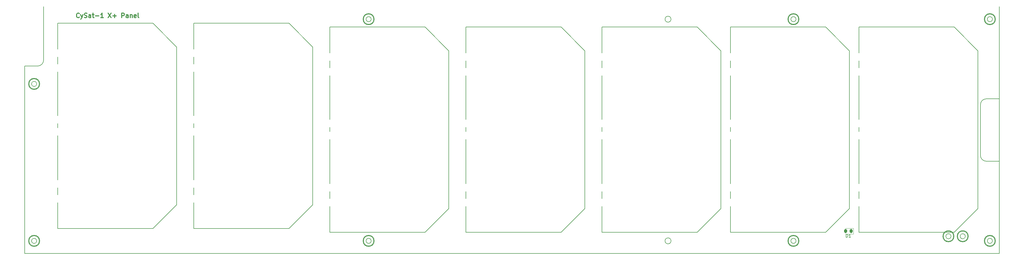
<source format=gto>
G04 #@! TF.GenerationSoftware,KiCad,Pcbnew,(6.0.4-0)*
G04 #@! TF.CreationDate,2022-06-29T10:25:00-05:00*
G04 #@! TF.ProjectId,X+,582b2e6b-6963-4616-945f-706362585858,4*
G04 #@! TF.SameCoordinates,Original*
G04 #@! TF.FileFunction,Legend,Top*
G04 #@! TF.FilePolarity,Positive*
%FSLAX46Y46*%
G04 Gerber Fmt 4.6, Leading zero omitted, Abs format (unit mm)*
G04 Created by KiCad (PCBNEW (6.0.4-0)) date 2022-06-29 10:25:00*
%MOMM*%
%LPD*%
G01*
G04 APERTURE LIST*
G04 Aperture macros list*
%AMRoundRect*
0 Rectangle with rounded corners*
0 $1 Rounding radius*
0 $2 $3 $4 $5 $6 $7 $8 $9 X,Y pos of 4 corners*
0 Add a 4 corners polygon primitive as box body*
4,1,4,$2,$3,$4,$5,$6,$7,$8,$9,$2,$3,0*
0 Add four circle primitives for the rounded corners*
1,1,$1+$1,$2,$3*
1,1,$1+$1,$4,$5*
1,1,$1+$1,$6,$7*
1,1,$1+$1,$8,$9*
0 Add four rect primitives between the rounded corners*
20,1,$1+$1,$2,$3,$4,$5,0*
20,1,$1+$1,$4,$5,$6,$7,0*
20,1,$1+$1,$6,$7,$8,$9,0*
20,1,$1+$1,$8,$9,$2,$3,0*%
G04 Aperture macros list end*
%ADD10C,0.200000*%
%ADD11C,0.300000*%
%ADD12C,0.150000*%
%ADD13C,0.120000*%
%ADD14RoundRect,0.243750X0.243750X0.456250X-0.243750X0.456250X-0.243750X-0.456250X0.243750X-0.456250X0*%
%ADD15R,25.400000X58.420000*%
%ADD16R,2.500000X2.500000*%
G04 APERTURE END LIST*
D10*
X451063141Y-205019127D02*
G75*
G03*
X450698535Y-204233600I-862541J77027D01*
G01*
X454570756Y-205694801D02*
G75*
G03*
X455436759Y-205689423I428344J752701D01*
G01*
X142255074Y-206974857D02*
G75*
G03*
X143032633Y-207356176I719026J482757D01*
G01*
X464759829Y-207080158D02*
G75*
G03*
X464951236Y-206235567I-635729J588058D01*
G01*
X143693097Y-206009409D02*
G75*
G03*
X142915542Y-205628087I-718997J-482691D01*
G01*
X455427431Y-204189440D02*
G75*
G03*
X454561416Y-204194840I-428331J-752660D01*
G01*
X460949092Y-177742140D02*
X460949092Y-160742131D01*
X146149087Y-145742131D02*
X146149087Y-127742131D01*
X449702600Y-205650628D02*
G75*
G03*
X450565172Y-205727660I498000J708528D01*
G01*
X463265275Y-132103805D02*
G75*
G03*
X463791401Y-132791706I858825J111705D01*
G01*
X455865075Y-204936743D02*
G75*
G03*
X455427426Y-204189452I-865975J-5357D01*
G01*
X398867084Y-206059120D02*
G75*
G03*
X398117088Y-205626105I-749984J-432980D01*
G01*
X398117088Y-131126080D02*
G75*
G03*
X397367088Y-131559118I12J-866020D01*
G01*
X460949061Y-177742139D02*
G75*
G03*
X462949088Y-179742139I2000039J39D01*
G01*
X143751617Y-206873439D02*
G75*
G03*
X143693100Y-206009408I-777517J381339D01*
G01*
X397367062Y-131559103D02*
G75*
G03*
X397367088Y-132425144I750038J-432997D01*
G01*
X462949088Y-158742088D02*
G75*
G03*
X460949088Y-160742131I12J-2000012D01*
G01*
X450565151Y-205727613D02*
G75*
G03*
X451063151Y-205019128I-364551J785513D01*
G01*
X463488298Y-205904060D02*
G75*
G03*
X463296940Y-206748696I635802J-588040D01*
G01*
X465834088Y-206492131D02*
G75*
G03*
X465834088Y-206492131I-1710000J0D01*
G01*
X144684088Y-206492131D02*
G75*
G03*
X144684088Y-206492131I-1710000J0D01*
G01*
X143032631Y-207356149D02*
G75*
G03*
X143751645Y-206873452I-58531J864049D01*
G01*
X257269088Y-131992131D02*
G75*
G03*
X257269088Y-131992131I-1900000J0D01*
G01*
X466024088Y-131992131D02*
G75*
G03*
X466024088Y-131992131I-1900000J0D01*
G01*
X463791406Y-132791690D02*
G75*
G03*
X464650195Y-132680034I332694J799590D01*
G01*
X400017088Y-131992131D02*
G75*
G03*
X400017088Y-131992131I-1900000J0D01*
G01*
X256119084Y-206059120D02*
G75*
G03*
X255369088Y-205626105I-749984J-432980D01*
G01*
X398117088Y-207358131D02*
G75*
G03*
X398867088Y-206925144I12J866031D01*
G01*
X356974088Y-131992131D02*
G75*
G03*
X356974088Y-131992131I-1000000J0D01*
G01*
X144874088Y-153742131D02*
G75*
G03*
X144874088Y-153742131I-1900000J0D01*
G01*
X254619062Y-131559103D02*
G75*
G03*
X254619088Y-132425144I750038J-432997D01*
G01*
X464982866Y-131880461D02*
G75*
G03*
X464456775Y-131192557I-858766J-111639D01*
G01*
X142232334Y-154189131D02*
G75*
G03*
X142990325Y-154608004I741766J447031D01*
G01*
X254619062Y-206059103D02*
G75*
G03*
X254619088Y-206925144I750038J-432997D01*
G01*
X466024088Y-206492131D02*
G75*
G03*
X466024088Y-206492131I-1900000J0D01*
G01*
X255369088Y-132858131D02*
G75*
G03*
X256119088Y-132425144I12J866031D01*
G01*
X257079088Y-206492131D02*
G75*
G03*
X257079088Y-206492131I-1710000J0D01*
G01*
X456899088Y-204942131D02*
G75*
G03*
X456899088Y-204942131I-1900000J0D01*
G01*
X398117088Y-132858131D02*
G75*
G03*
X398867088Y-132425144I12J866031D01*
G01*
X142957851Y-152876231D02*
G75*
G03*
X142216101Y-153323256I16249J-865869D01*
G01*
X465834088Y-131992131D02*
G75*
G03*
X465834088Y-131992131I-1710000J0D01*
G01*
X449835917Y-204156556D02*
G75*
G03*
X449337960Y-204865135I364683J-785544D01*
G01*
X254619083Y-132425147D02*
G75*
G03*
X255369088Y-132858157I750017J433047D01*
G01*
X467299073Y-210742131D02*
X139799088Y-210742131D01*
X144874088Y-206492131D02*
G75*
G03*
X144874088Y-206492131I-1900000J0D01*
G01*
X256119061Y-132425129D02*
G75*
G03*
X256119088Y-131559118I-749961J433029D01*
G01*
X257079088Y-131992131D02*
G75*
G03*
X257079088Y-131992131I-1710000J0D01*
G01*
X142216074Y-153323241D02*
G75*
G03*
X142232338Y-154189129I758026J-418859D01*
G01*
X356974088Y-206492131D02*
G75*
G03*
X356974088Y-206492131I-1000000J0D01*
G01*
X456709088Y-204942131D02*
G75*
G03*
X456709088Y-204942131I-1710000J0D01*
G01*
X254619083Y-206925147D02*
G75*
G03*
X255369088Y-207358157I750017J433047D01*
G01*
X139799088Y-210742131D02*
X139799088Y-147742131D01*
X450698558Y-204233567D02*
G75*
G03*
X449835940Y-204156603I-497958J-708533D01*
G01*
X463932710Y-207336725D02*
G75*
G03*
X464759854Y-207080181I191390J844625D01*
G01*
X144149088Y-147742088D02*
G75*
G03*
X146149088Y-145742131I12J1999988D01*
G01*
X142990324Y-154607978D02*
G75*
G03*
X143732074Y-154161007I-16224J865878D01*
G01*
X139799088Y-147742131D02*
X144149088Y-147742131D01*
X397367083Y-206925147D02*
G75*
G03*
X398117088Y-207358157I750017J433047D01*
G01*
X454561401Y-204194812D02*
G75*
G03*
X454133080Y-204947520I437699J-747288D01*
G01*
X256119061Y-206925129D02*
G75*
G03*
X256119088Y-206059118I-749961J433029D01*
G01*
X142915541Y-205628059D02*
G75*
G03*
X142196531Y-206110810I58559J-864041D01*
G01*
X144684088Y-153742131D02*
G75*
G03*
X144684088Y-153742131I-1710000J0D01*
G01*
X467299073Y-127742131D02*
X467299073Y-158742131D01*
X398867084Y-131559120D02*
G75*
G03*
X398117088Y-131126105I-749984J-432980D01*
G01*
X467299073Y-158742131D02*
X467299073Y-179742131D01*
X449337951Y-204865133D02*
G75*
G03*
X449702577Y-205650663I862649J-76967D01*
G01*
X398117088Y-205626080D02*
G75*
G03*
X397367088Y-206059118I12J-866020D01*
G01*
X454133059Y-204947520D02*
G75*
G03*
X454570751Y-205694811I866041J5420D01*
G01*
X400017088Y-206492131D02*
G75*
G03*
X400017088Y-206492131I-1900000J0D01*
G01*
X397367083Y-132425147D02*
G75*
G03*
X398117088Y-132858157I750017J433047D01*
G01*
X398867061Y-206925129D02*
G75*
G03*
X398867088Y-206059118I-749961J433029D01*
G01*
X398867061Y-132425129D02*
G75*
G03*
X398867088Y-131559118I-749961J433029D01*
G01*
X255369088Y-131126080D02*
G75*
G03*
X254619088Y-131559118I12J-866020D01*
G01*
X463296927Y-206748700D02*
G75*
G03*
X463932705Y-207336746I827173J256600D01*
G01*
X399827088Y-206492131D02*
G75*
G03*
X399827088Y-206492131I-1710000J0D01*
G01*
X467299073Y-179742140D02*
X467299073Y-210742131D01*
X256119084Y-131559120D02*
G75*
G03*
X255369088Y-131126105I-749984J-432980D01*
G01*
X463597959Y-131304202D02*
G75*
G03*
X463265292Y-132103803I526141J-687898D01*
G01*
X257269088Y-206492131D02*
G75*
G03*
X257269088Y-206492131I-1900000J0D01*
G01*
X255369088Y-207358131D02*
G75*
G03*
X256119088Y-206925144I12J866031D01*
G01*
X464456781Y-131192543D02*
G75*
G03*
X463597980Y-131304229I-332681J-799557D01*
G01*
X397367062Y-206059103D02*
G75*
G03*
X397367088Y-206925144I750038J-432997D01*
G01*
X142196504Y-206110797D02*
G75*
G03*
X142255076Y-206974855I777596J-381303D01*
G01*
X464650175Y-132680007D02*
G75*
G03*
X464982883Y-131880460I-526075J687907D01*
G01*
X399827088Y-131992131D02*
G75*
G03*
X399827088Y-131992131I-1710000J0D01*
G01*
X455436742Y-205689394D02*
G75*
G03*
X455865096Y-204936743I-437642J747294D01*
G01*
X451910556Y-204942131D02*
G75*
G03*
X451910556Y-204942131I-1710000J0D01*
G01*
X464315475Y-205647497D02*
G75*
G03*
X463488322Y-205904082I-191375J-844603D01*
G01*
X464951224Y-206235570D02*
G75*
G03*
X464315470Y-205647517I-827124J-256530D01*
G01*
X143715832Y-153295136D02*
G75*
G03*
X142957851Y-152876259I-741732J-446964D01*
G01*
X467299073Y-179742140D02*
X462949096Y-179742140D01*
X467299073Y-158742131D02*
X462949096Y-158742131D01*
X452100556Y-204942131D02*
G75*
G03*
X452100556Y-204942131I-1900000J0D01*
G01*
X143732047Y-154160991D02*
G75*
G03*
X143715837Y-153295133I-757947J418891D01*
G01*
X255369088Y-205626080D02*
G75*
G03*
X254619088Y-206059118I12J-866020D01*
G01*
D11*
X158140000Y-131345714D02*
X158068571Y-131417142D01*
X157854285Y-131488571D01*
X157711428Y-131488571D01*
X157497142Y-131417142D01*
X157354285Y-131274285D01*
X157282857Y-131131428D01*
X157211428Y-130845714D01*
X157211428Y-130631428D01*
X157282857Y-130345714D01*
X157354285Y-130202857D01*
X157497142Y-130060000D01*
X157711428Y-129988571D01*
X157854285Y-129988571D01*
X158068571Y-130060000D01*
X158140000Y-130131428D01*
X158640000Y-130488571D02*
X158997142Y-131488571D01*
X159354285Y-130488571D02*
X158997142Y-131488571D01*
X158854285Y-131845714D01*
X158782857Y-131917142D01*
X158640000Y-131988571D01*
X159854285Y-131417142D02*
X160068571Y-131488571D01*
X160425714Y-131488571D01*
X160568571Y-131417142D01*
X160640000Y-131345714D01*
X160711428Y-131202857D01*
X160711428Y-131060000D01*
X160640000Y-130917142D01*
X160568571Y-130845714D01*
X160425714Y-130774285D01*
X160140000Y-130702857D01*
X159997142Y-130631428D01*
X159925714Y-130560000D01*
X159854285Y-130417142D01*
X159854285Y-130274285D01*
X159925714Y-130131428D01*
X159997142Y-130060000D01*
X160140000Y-129988571D01*
X160497142Y-129988571D01*
X160711428Y-130060000D01*
X161997142Y-131488571D02*
X161997142Y-130702857D01*
X161925714Y-130560000D01*
X161782857Y-130488571D01*
X161497142Y-130488571D01*
X161354285Y-130560000D01*
X161997142Y-131417142D02*
X161854285Y-131488571D01*
X161497142Y-131488571D01*
X161354285Y-131417142D01*
X161282857Y-131274285D01*
X161282857Y-131131428D01*
X161354285Y-130988571D01*
X161497142Y-130917142D01*
X161854285Y-130917142D01*
X161997142Y-130845714D01*
X162497142Y-130488571D02*
X163068571Y-130488571D01*
X162711428Y-129988571D02*
X162711428Y-131274285D01*
X162782857Y-131417142D01*
X162925714Y-131488571D01*
X163068571Y-131488571D01*
X163568571Y-130917142D02*
X164711428Y-130917142D01*
X166211428Y-131488571D02*
X165354285Y-131488571D01*
X165782857Y-131488571D02*
X165782857Y-129988571D01*
X165640000Y-130202857D01*
X165497142Y-130345714D01*
X165354285Y-130417142D01*
X167854285Y-129988571D02*
X168854285Y-131488571D01*
X168854285Y-129988571D02*
X167854285Y-131488571D01*
X169425714Y-130917142D02*
X170568571Y-130917142D01*
X169997142Y-131488571D02*
X169997142Y-130345714D01*
X172425714Y-131488571D02*
X172425714Y-129988571D01*
X172997142Y-129988571D01*
X173140000Y-130060000D01*
X173211428Y-130131428D01*
X173282857Y-130274285D01*
X173282857Y-130488571D01*
X173211428Y-130631428D01*
X173140000Y-130702857D01*
X172997142Y-130774285D01*
X172425714Y-130774285D01*
X174568571Y-131488571D02*
X174568571Y-130702857D01*
X174497142Y-130560000D01*
X174354285Y-130488571D01*
X174068571Y-130488571D01*
X173925714Y-130560000D01*
X174568571Y-131417142D02*
X174425714Y-131488571D01*
X174068571Y-131488571D01*
X173925714Y-131417142D01*
X173854285Y-131274285D01*
X173854285Y-131131428D01*
X173925714Y-130988571D01*
X174068571Y-130917142D01*
X174425714Y-130917142D01*
X174568571Y-130845714D01*
X175282857Y-130488571D02*
X175282857Y-131488571D01*
X175282857Y-130631428D02*
X175354285Y-130560000D01*
X175497142Y-130488571D01*
X175711428Y-130488571D01*
X175854285Y-130560000D01*
X175925714Y-130702857D01*
X175925714Y-131488571D01*
X177211428Y-131417142D02*
X177068571Y-131488571D01*
X176782857Y-131488571D01*
X176640000Y-131417142D01*
X176568571Y-131274285D01*
X176568571Y-130702857D01*
X176640000Y-130560000D01*
X176782857Y-130488571D01*
X177068571Y-130488571D01*
X177211428Y-130560000D01*
X177282857Y-130702857D01*
X177282857Y-130845714D01*
X176568571Y-130988571D01*
X178140000Y-131488571D02*
X177997142Y-131417142D01*
X177925714Y-131274285D01*
X177925714Y-129988571D01*
D12*
X415821904Y-205302380D02*
X415821904Y-204302380D01*
X416060000Y-204302380D01*
X416202857Y-204350000D01*
X416298095Y-204445238D01*
X416345714Y-204540476D01*
X416393333Y-204730952D01*
X416393333Y-204873809D01*
X416345714Y-205064285D01*
X416298095Y-205159523D01*
X416202857Y-205254761D01*
X416060000Y-205302380D01*
X415821904Y-205302380D01*
X417345714Y-205302380D02*
X416774285Y-205302380D01*
X417060000Y-205302380D02*
X417060000Y-204302380D01*
X416964761Y-204445238D01*
X416869523Y-204540476D01*
X416774285Y-204588095D01*
X439515238Y-168918095D02*
X439467619Y-169060952D01*
X439467619Y-169299047D01*
X439515238Y-169394285D01*
X439562857Y-169441904D01*
X439658095Y-169489523D01*
X439753333Y-169489523D01*
X439848571Y-169441904D01*
X439896190Y-169394285D01*
X439943809Y-169299047D01*
X439991428Y-169108571D01*
X440039047Y-169013333D01*
X440086666Y-168965714D01*
X440181904Y-168918095D01*
X440277142Y-168918095D01*
X440372380Y-168965714D01*
X440420000Y-169013333D01*
X440467619Y-169108571D01*
X440467619Y-169346666D01*
X440420000Y-169489523D01*
X439562857Y-170489523D02*
X439515238Y-170441904D01*
X439467619Y-170299047D01*
X439467619Y-170203809D01*
X439515238Y-170060952D01*
X439610476Y-169965714D01*
X439705714Y-169918095D01*
X439896190Y-169870476D01*
X440039047Y-169870476D01*
X440229523Y-169918095D01*
X440324761Y-169965714D01*
X440420000Y-170060952D01*
X440467619Y-170203809D01*
X440467619Y-170299047D01*
X440420000Y-170441904D01*
X440372380Y-170489523D01*
X439467619Y-171441904D02*
X439467619Y-170870476D01*
X439467619Y-171156190D02*
X440467619Y-171156190D01*
X440324761Y-171060952D01*
X440229523Y-170965714D01*
X440181904Y-170870476D01*
X396335238Y-168918095D02*
X396287619Y-169060952D01*
X396287619Y-169299047D01*
X396335238Y-169394285D01*
X396382857Y-169441904D01*
X396478095Y-169489523D01*
X396573333Y-169489523D01*
X396668571Y-169441904D01*
X396716190Y-169394285D01*
X396763809Y-169299047D01*
X396811428Y-169108571D01*
X396859047Y-169013333D01*
X396906666Y-168965714D01*
X397001904Y-168918095D01*
X397097142Y-168918095D01*
X397192380Y-168965714D01*
X397240000Y-169013333D01*
X397287619Y-169108571D01*
X397287619Y-169346666D01*
X397240000Y-169489523D01*
X396382857Y-170489523D02*
X396335238Y-170441904D01*
X396287619Y-170299047D01*
X396287619Y-170203809D01*
X396335238Y-170060952D01*
X396430476Y-169965714D01*
X396525714Y-169918095D01*
X396716190Y-169870476D01*
X396859047Y-169870476D01*
X397049523Y-169918095D01*
X397144761Y-169965714D01*
X397240000Y-170060952D01*
X397287619Y-170203809D01*
X397287619Y-170299047D01*
X397240000Y-170441904D01*
X397192380Y-170489523D01*
X397192380Y-170870476D02*
X397240000Y-170918095D01*
X397287619Y-171013333D01*
X397287619Y-171251428D01*
X397240000Y-171346666D01*
X397192380Y-171394285D01*
X397097142Y-171441904D01*
X397001904Y-171441904D01*
X396859047Y-171394285D01*
X396287619Y-170822857D01*
X396287619Y-171441904D01*
X353155238Y-168918095D02*
X353107619Y-169060952D01*
X353107619Y-169299047D01*
X353155238Y-169394285D01*
X353202857Y-169441904D01*
X353298095Y-169489523D01*
X353393333Y-169489523D01*
X353488571Y-169441904D01*
X353536190Y-169394285D01*
X353583809Y-169299047D01*
X353631428Y-169108571D01*
X353679047Y-169013333D01*
X353726666Y-168965714D01*
X353821904Y-168918095D01*
X353917142Y-168918095D01*
X354012380Y-168965714D01*
X354060000Y-169013333D01*
X354107619Y-169108571D01*
X354107619Y-169346666D01*
X354060000Y-169489523D01*
X353202857Y-170489523D02*
X353155238Y-170441904D01*
X353107619Y-170299047D01*
X353107619Y-170203809D01*
X353155238Y-170060952D01*
X353250476Y-169965714D01*
X353345714Y-169918095D01*
X353536190Y-169870476D01*
X353679047Y-169870476D01*
X353869523Y-169918095D01*
X353964761Y-169965714D01*
X354060000Y-170060952D01*
X354107619Y-170203809D01*
X354107619Y-170299047D01*
X354060000Y-170441904D01*
X354012380Y-170489523D01*
X354107619Y-170822857D02*
X354107619Y-171441904D01*
X353726666Y-171108571D01*
X353726666Y-171251428D01*
X353679047Y-171346666D01*
X353631428Y-171394285D01*
X353536190Y-171441904D01*
X353298095Y-171441904D01*
X353202857Y-171394285D01*
X353155238Y-171346666D01*
X353107619Y-171251428D01*
X353107619Y-170965714D01*
X353155238Y-170870476D01*
X353202857Y-170822857D01*
X307435238Y-168918095D02*
X307387619Y-169060952D01*
X307387619Y-169299047D01*
X307435238Y-169394285D01*
X307482857Y-169441904D01*
X307578095Y-169489523D01*
X307673333Y-169489523D01*
X307768571Y-169441904D01*
X307816190Y-169394285D01*
X307863809Y-169299047D01*
X307911428Y-169108571D01*
X307959047Y-169013333D01*
X308006666Y-168965714D01*
X308101904Y-168918095D01*
X308197142Y-168918095D01*
X308292380Y-168965714D01*
X308340000Y-169013333D01*
X308387619Y-169108571D01*
X308387619Y-169346666D01*
X308340000Y-169489523D01*
X307482857Y-170489523D02*
X307435238Y-170441904D01*
X307387619Y-170299047D01*
X307387619Y-170203809D01*
X307435238Y-170060952D01*
X307530476Y-169965714D01*
X307625714Y-169918095D01*
X307816190Y-169870476D01*
X307959047Y-169870476D01*
X308149523Y-169918095D01*
X308244761Y-169965714D01*
X308340000Y-170060952D01*
X308387619Y-170203809D01*
X308387619Y-170299047D01*
X308340000Y-170441904D01*
X308292380Y-170489523D01*
X308054285Y-171346666D02*
X307387619Y-171346666D01*
X308435238Y-171108571D02*
X307720952Y-170870476D01*
X307720952Y-171489523D01*
X261715238Y-168918095D02*
X261667619Y-169060952D01*
X261667619Y-169299047D01*
X261715238Y-169394285D01*
X261762857Y-169441904D01*
X261858095Y-169489523D01*
X261953333Y-169489523D01*
X262048571Y-169441904D01*
X262096190Y-169394285D01*
X262143809Y-169299047D01*
X262191428Y-169108571D01*
X262239047Y-169013333D01*
X262286666Y-168965714D01*
X262381904Y-168918095D01*
X262477142Y-168918095D01*
X262572380Y-168965714D01*
X262620000Y-169013333D01*
X262667619Y-169108571D01*
X262667619Y-169346666D01*
X262620000Y-169489523D01*
X261762857Y-170489523D02*
X261715238Y-170441904D01*
X261667619Y-170299047D01*
X261667619Y-170203809D01*
X261715238Y-170060952D01*
X261810476Y-169965714D01*
X261905714Y-169918095D01*
X262096190Y-169870476D01*
X262239047Y-169870476D01*
X262429523Y-169918095D01*
X262524761Y-169965714D01*
X262620000Y-170060952D01*
X262667619Y-170203809D01*
X262667619Y-170299047D01*
X262620000Y-170441904D01*
X262572380Y-170489523D01*
X262667619Y-171394285D02*
X262667619Y-170918095D01*
X262191428Y-170870476D01*
X262239047Y-170918095D01*
X262286666Y-171013333D01*
X262286666Y-171251428D01*
X262239047Y-171346666D01*
X262191428Y-171394285D01*
X262096190Y-171441904D01*
X261858095Y-171441904D01*
X261762857Y-171394285D01*
X261715238Y-171346666D01*
X261667619Y-171251428D01*
X261667619Y-171013333D01*
X261715238Y-170918095D01*
X261762857Y-170870476D01*
X215995238Y-167648095D02*
X215947619Y-167790952D01*
X215947619Y-168029047D01*
X215995238Y-168124285D01*
X216042857Y-168171904D01*
X216138095Y-168219523D01*
X216233333Y-168219523D01*
X216328571Y-168171904D01*
X216376190Y-168124285D01*
X216423809Y-168029047D01*
X216471428Y-167838571D01*
X216519047Y-167743333D01*
X216566666Y-167695714D01*
X216661904Y-167648095D01*
X216757142Y-167648095D01*
X216852380Y-167695714D01*
X216900000Y-167743333D01*
X216947619Y-167838571D01*
X216947619Y-168076666D01*
X216900000Y-168219523D01*
X216042857Y-169219523D02*
X215995238Y-169171904D01*
X215947619Y-169029047D01*
X215947619Y-168933809D01*
X215995238Y-168790952D01*
X216090476Y-168695714D01*
X216185714Y-168648095D01*
X216376190Y-168600476D01*
X216519047Y-168600476D01*
X216709523Y-168648095D01*
X216804761Y-168695714D01*
X216900000Y-168790952D01*
X216947619Y-168933809D01*
X216947619Y-169029047D01*
X216900000Y-169171904D01*
X216852380Y-169219523D01*
X216947619Y-170076666D02*
X216947619Y-169886190D01*
X216900000Y-169790952D01*
X216852380Y-169743333D01*
X216709523Y-169648095D01*
X216519047Y-169600476D01*
X216138095Y-169600476D01*
X216042857Y-169648095D01*
X215995238Y-169695714D01*
X215947619Y-169790952D01*
X215947619Y-169981428D01*
X215995238Y-170076666D01*
X216042857Y-170124285D01*
X216138095Y-170171904D01*
X216376190Y-170171904D01*
X216471428Y-170124285D01*
X216519047Y-170076666D01*
X216566666Y-169981428D01*
X216566666Y-169790952D01*
X216519047Y-169695714D01*
X216471428Y-169648095D01*
X216376190Y-169600476D01*
X170275238Y-167648095D02*
X170227619Y-167790952D01*
X170227619Y-168029047D01*
X170275238Y-168124285D01*
X170322857Y-168171904D01*
X170418095Y-168219523D01*
X170513333Y-168219523D01*
X170608571Y-168171904D01*
X170656190Y-168124285D01*
X170703809Y-168029047D01*
X170751428Y-167838571D01*
X170799047Y-167743333D01*
X170846666Y-167695714D01*
X170941904Y-167648095D01*
X171037142Y-167648095D01*
X171132380Y-167695714D01*
X171180000Y-167743333D01*
X171227619Y-167838571D01*
X171227619Y-168076666D01*
X171180000Y-168219523D01*
X170322857Y-169219523D02*
X170275238Y-169171904D01*
X170227619Y-169029047D01*
X170227619Y-168933809D01*
X170275238Y-168790952D01*
X170370476Y-168695714D01*
X170465714Y-168648095D01*
X170656190Y-168600476D01*
X170799047Y-168600476D01*
X170989523Y-168648095D01*
X171084761Y-168695714D01*
X171180000Y-168790952D01*
X171227619Y-168933809D01*
X171227619Y-169029047D01*
X171180000Y-169171904D01*
X171132380Y-169219523D01*
X171227619Y-169552857D02*
X171227619Y-170219523D01*
X170227619Y-169790952D01*
D13*
X418245000Y-202240000D02*
X415560000Y-202240000D01*
X418245000Y-204160000D02*
X418245000Y-202240000D01*
X415560000Y-204160000D02*
X418245000Y-204160000D01*
D10*
X452120000Y-203620000D02*
X420120000Y-203620000D01*
X460120000Y-195620000D02*
X452120000Y-203620000D01*
X420120000Y-203620000D02*
X420120000Y-134620000D01*
X460120000Y-142620000D02*
X460120000Y-195620000D01*
X452120000Y-134620000D02*
X460120000Y-142620000D01*
X420120000Y-134620000D02*
X452120000Y-134620000D01*
X376940000Y-203620000D02*
X376940000Y-134620000D01*
X376940000Y-134620000D02*
X408940000Y-134620000D01*
X416940000Y-195620000D02*
X408940000Y-203620000D01*
X408940000Y-203620000D02*
X376940000Y-203620000D01*
X416940000Y-142620000D02*
X416940000Y-195620000D01*
X408940000Y-134620000D02*
X416940000Y-142620000D01*
X365760000Y-203620000D02*
X333760000Y-203620000D01*
X373760000Y-142620000D02*
X373760000Y-195620000D01*
X365760000Y-134620000D02*
X373760000Y-142620000D01*
X373760000Y-195620000D02*
X365760000Y-203620000D01*
X333760000Y-134620000D02*
X365760000Y-134620000D01*
X333760000Y-203620000D02*
X333760000Y-134620000D01*
X328040000Y-142620000D02*
X328040000Y-195620000D01*
X288040000Y-203620000D02*
X288040000Y-134620000D01*
X288040000Y-134620000D02*
X320040000Y-134620000D01*
X320040000Y-134620000D02*
X328040000Y-142620000D01*
X328040000Y-195620000D02*
X320040000Y-203620000D01*
X320040000Y-203620000D02*
X288040000Y-203620000D01*
X274320000Y-203620000D02*
X242320000Y-203620000D01*
X274320000Y-134620000D02*
X282320000Y-142620000D01*
X242320000Y-134620000D02*
X274320000Y-134620000D01*
X242320000Y-203620000D02*
X242320000Y-134620000D01*
X282320000Y-195620000D02*
X274320000Y-203620000D01*
X282320000Y-142620000D02*
X282320000Y-195620000D01*
X228600000Y-202350000D02*
X196600000Y-202350000D01*
X236600000Y-194350000D02*
X228600000Y-202350000D01*
X196600000Y-202350000D02*
X196600000Y-133350000D01*
X228600000Y-133350000D02*
X236600000Y-141350000D01*
X236600000Y-141350000D02*
X236600000Y-194350000D01*
X196600000Y-133350000D02*
X228600000Y-133350000D01*
X182880000Y-202350000D02*
X150880000Y-202350000D01*
X182880000Y-133350000D02*
X190880000Y-141350000D01*
X190880000Y-141350000D02*
X190880000Y-194350000D01*
X150880000Y-133350000D02*
X182880000Y-133350000D01*
X150880000Y-202350000D02*
X150880000Y-133350000D01*
X190880000Y-194350000D02*
X182880000Y-202350000D01*
%LPC*%
D14*
X417497500Y-203200000D03*
X415622500Y-203200000D03*
D15*
X439420000Y-168910000D03*
D16*
X418920000Y-188660000D03*
X418920000Y-149660000D03*
X418920000Y-193660000D03*
X418920000Y-144660000D03*
X418920000Y-167060000D03*
X418920000Y-171060000D03*
D15*
X396240000Y-168910000D03*
D16*
X375740000Y-144660000D03*
X375740000Y-149660000D03*
X375740000Y-193660000D03*
X375740000Y-188660000D03*
X375740000Y-171060000D03*
X375740000Y-167060000D03*
D15*
X353060000Y-168910000D03*
D16*
X332560000Y-188660000D03*
X332560000Y-149660000D03*
X332560000Y-193660000D03*
X332560000Y-144660000D03*
X332560000Y-171060000D03*
X332560000Y-167060000D03*
D15*
X307340000Y-168910000D03*
D16*
X286840000Y-193660000D03*
X286840000Y-149660000D03*
X286840000Y-144660000D03*
X286840000Y-188660000D03*
X286840000Y-167060000D03*
X286840000Y-171060000D03*
D15*
X261620000Y-168910000D03*
D16*
X241120000Y-144660000D03*
X241120000Y-188660000D03*
X241120000Y-193660000D03*
X241120000Y-149660000D03*
X241120000Y-167060000D03*
X241120000Y-171060000D03*
D15*
X215900000Y-167640000D03*
D16*
X195400000Y-192390000D03*
X195400000Y-148390000D03*
X195400000Y-143390000D03*
X195400000Y-187390000D03*
X195400000Y-169790000D03*
X195400000Y-165790000D03*
D15*
X170180000Y-167640000D03*
D16*
X149680000Y-187390000D03*
X149680000Y-192390000D03*
X149680000Y-143390000D03*
X149680000Y-148390000D03*
X149680000Y-165790000D03*
X149680000Y-169790000D03*
M02*

</source>
